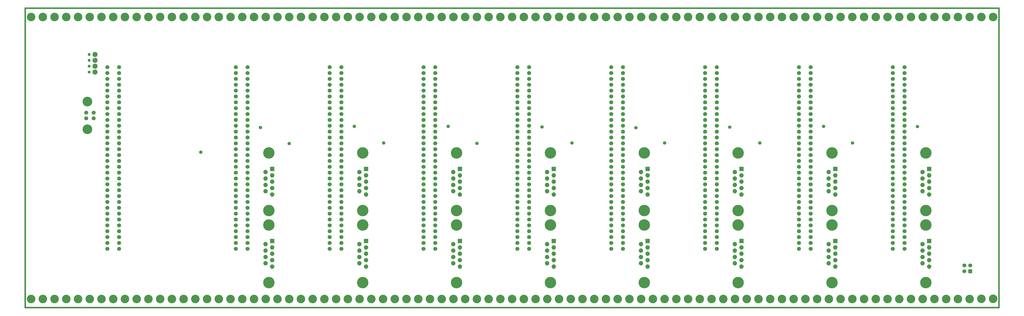
<source format=gts>
G04 Layer_Color=8388736*
%FSLAX42Y42*%
%MOMM*%
G71*
G01*
G75*
%ADD12C,0.70*%
%ADD33C,1.73*%
%ADD34C,4.20*%
%ADD35C,3.70*%
%ADD36C,4.96*%
%ADD37R,1.89X1.89*%
%ADD38C,1.89*%
%ADD39C,1.30*%
%ADD40C,2.20*%
%ADD41R,1.70X1.70*%
%ADD42C,1.70*%
%ADD43C,1.47*%
D12*
X4648Y5283D02*
X46812Y5283D01*
Y18263D01*
X4648Y18263D02*
X46812Y18263D01*
X4648Y18263D02*
X4648Y5283D01*
D33*
X7290Y13489D02*
D03*
Y13739D02*
D03*
X7611D02*
D03*
Y13489D02*
D03*
X42723Y15710D02*
D03*
Y15456D02*
D03*
Y15202D02*
D03*
Y14948D02*
D03*
Y14694D02*
D03*
Y14440D02*
D03*
Y14186D02*
D03*
Y13932D02*
D03*
Y13678D02*
D03*
Y13424D02*
D03*
Y13170D02*
D03*
Y12916D02*
D03*
Y12662D02*
D03*
Y12408D02*
D03*
Y12154D02*
D03*
Y11900D02*
D03*
Y11646D02*
D03*
Y11392D02*
D03*
Y11138D02*
D03*
Y10884D02*
D03*
Y10630D02*
D03*
Y10376D02*
D03*
Y10122D02*
D03*
Y9868D02*
D03*
Y9614D02*
D03*
Y9360D02*
D03*
Y9106D02*
D03*
Y8852D02*
D03*
Y8598D02*
D03*
Y8344D02*
D03*
Y8090D02*
D03*
Y7836D02*
D03*
X42215Y15710D02*
D03*
Y15456D02*
D03*
Y15202D02*
D03*
Y14948D02*
D03*
Y14694D02*
D03*
Y14440D02*
D03*
Y14186D02*
D03*
Y13932D02*
D03*
Y13678D02*
D03*
Y13424D02*
D03*
Y13170D02*
D03*
Y12916D02*
D03*
Y12662D02*
D03*
Y12408D02*
D03*
Y12154D02*
D03*
Y11900D02*
D03*
Y11646D02*
D03*
Y11392D02*
D03*
Y11138D02*
D03*
Y10884D02*
D03*
Y10630D02*
D03*
Y10376D02*
D03*
Y10122D02*
D03*
Y9868D02*
D03*
Y9614D02*
D03*
Y9360D02*
D03*
Y9106D02*
D03*
Y8852D02*
D03*
Y8598D02*
D03*
Y8344D02*
D03*
Y8090D02*
D03*
Y7836D02*
D03*
X38659Y15710D02*
D03*
Y15456D02*
D03*
Y15202D02*
D03*
Y14948D02*
D03*
Y14694D02*
D03*
Y14440D02*
D03*
Y14186D02*
D03*
Y13932D02*
D03*
Y13678D02*
D03*
Y13424D02*
D03*
Y13170D02*
D03*
Y12916D02*
D03*
Y12662D02*
D03*
Y12408D02*
D03*
Y12154D02*
D03*
Y11900D02*
D03*
Y11646D02*
D03*
Y11392D02*
D03*
Y11138D02*
D03*
Y10884D02*
D03*
Y10630D02*
D03*
Y10376D02*
D03*
Y10122D02*
D03*
Y9868D02*
D03*
Y9614D02*
D03*
Y9360D02*
D03*
Y9106D02*
D03*
Y8852D02*
D03*
Y8598D02*
D03*
Y8344D02*
D03*
Y8090D02*
D03*
Y7836D02*
D03*
X38151Y15710D02*
D03*
Y15456D02*
D03*
Y15202D02*
D03*
Y14948D02*
D03*
Y14694D02*
D03*
Y14440D02*
D03*
Y14186D02*
D03*
Y13932D02*
D03*
Y13678D02*
D03*
Y13424D02*
D03*
Y13170D02*
D03*
Y12916D02*
D03*
Y12662D02*
D03*
Y12408D02*
D03*
Y12154D02*
D03*
Y11900D02*
D03*
Y11646D02*
D03*
Y11392D02*
D03*
Y11138D02*
D03*
Y10884D02*
D03*
Y10630D02*
D03*
Y10376D02*
D03*
Y10122D02*
D03*
Y9868D02*
D03*
Y9614D02*
D03*
Y9360D02*
D03*
Y9106D02*
D03*
Y8852D02*
D03*
Y8598D02*
D03*
Y8344D02*
D03*
Y8090D02*
D03*
Y7836D02*
D03*
X34595Y15710D02*
D03*
Y15456D02*
D03*
Y15202D02*
D03*
Y14948D02*
D03*
Y14694D02*
D03*
Y14440D02*
D03*
Y14186D02*
D03*
Y13932D02*
D03*
Y13678D02*
D03*
Y13424D02*
D03*
Y13170D02*
D03*
Y12916D02*
D03*
Y12662D02*
D03*
Y12408D02*
D03*
Y12154D02*
D03*
Y11900D02*
D03*
Y11646D02*
D03*
Y11392D02*
D03*
Y11138D02*
D03*
Y10884D02*
D03*
Y10630D02*
D03*
Y10376D02*
D03*
Y10122D02*
D03*
Y9868D02*
D03*
Y9614D02*
D03*
Y9360D02*
D03*
Y9106D02*
D03*
Y8852D02*
D03*
Y8598D02*
D03*
Y8344D02*
D03*
Y8090D02*
D03*
Y7836D02*
D03*
X34087Y15710D02*
D03*
Y15456D02*
D03*
Y15202D02*
D03*
Y14948D02*
D03*
Y14694D02*
D03*
Y14440D02*
D03*
Y14186D02*
D03*
Y13932D02*
D03*
Y13678D02*
D03*
Y13424D02*
D03*
Y13170D02*
D03*
Y12916D02*
D03*
Y12662D02*
D03*
Y12408D02*
D03*
Y12154D02*
D03*
Y11900D02*
D03*
Y11646D02*
D03*
Y11392D02*
D03*
Y11138D02*
D03*
Y10884D02*
D03*
Y10630D02*
D03*
Y10376D02*
D03*
Y10122D02*
D03*
Y9868D02*
D03*
Y9614D02*
D03*
Y9360D02*
D03*
Y9106D02*
D03*
Y8852D02*
D03*
Y8598D02*
D03*
Y8344D02*
D03*
Y8090D02*
D03*
Y7836D02*
D03*
X30531Y15710D02*
D03*
Y15456D02*
D03*
Y15202D02*
D03*
Y14948D02*
D03*
Y14694D02*
D03*
Y14440D02*
D03*
Y14186D02*
D03*
Y13932D02*
D03*
Y13678D02*
D03*
Y13424D02*
D03*
Y13170D02*
D03*
Y12916D02*
D03*
Y12662D02*
D03*
Y12408D02*
D03*
Y12154D02*
D03*
Y11900D02*
D03*
Y11646D02*
D03*
Y11392D02*
D03*
Y11138D02*
D03*
Y10884D02*
D03*
Y10630D02*
D03*
Y10376D02*
D03*
Y10122D02*
D03*
Y9868D02*
D03*
Y9614D02*
D03*
Y9360D02*
D03*
Y9106D02*
D03*
Y8852D02*
D03*
Y8598D02*
D03*
Y8344D02*
D03*
Y8090D02*
D03*
Y7836D02*
D03*
X30023Y15710D02*
D03*
Y15456D02*
D03*
Y15202D02*
D03*
Y14948D02*
D03*
Y14694D02*
D03*
Y14440D02*
D03*
Y14186D02*
D03*
Y13932D02*
D03*
Y13678D02*
D03*
Y13424D02*
D03*
Y13170D02*
D03*
Y12916D02*
D03*
Y12662D02*
D03*
Y12408D02*
D03*
Y12154D02*
D03*
Y11900D02*
D03*
Y11646D02*
D03*
Y11392D02*
D03*
Y11138D02*
D03*
Y10884D02*
D03*
Y10630D02*
D03*
Y10376D02*
D03*
Y10122D02*
D03*
Y9868D02*
D03*
Y9614D02*
D03*
Y9360D02*
D03*
Y9106D02*
D03*
Y8852D02*
D03*
Y8598D02*
D03*
Y8344D02*
D03*
Y8090D02*
D03*
Y7836D02*
D03*
X26467Y15710D02*
D03*
Y15456D02*
D03*
Y15202D02*
D03*
Y14948D02*
D03*
Y14694D02*
D03*
Y14440D02*
D03*
Y14186D02*
D03*
Y13932D02*
D03*
Y13678D02*
D03*
Y13424D02*
D03*
Y13170D02*
D03*
Y12916D02*
D03*
Y12662D02*
D03*
Y12408D02*
D03*
Y12154D02*
D03*
Y11900D02*
D03*
Y11646D02*
D03*
Y11392D02*
D03*
Y11138D02*
D03*
Y10884D02*
D03*
Y10630D02*
D03*
Y10376D02*
D03*
Y10122D02*
D03*
Y9868D02*
D03*
Y9614D02*
D03*
Y9360D02*
D03*
Y9106D02*
D03*
Y8852D02*
D03*
Y8598D02*
D03*
Y8344D02*
D03*
Y8090D02*
D03*
Y7836D02*
D03*
X25959Y15710D02*
D03*
Y15456D02*
D03*
Y15202D02*
D03*
Y14948D02*
D03*
Y14694D02*
D03*
Y14440D02*
D03*
Y14186D02*
D03*
Y13932D02*
D03*
Y13678D02*
D03*
Y13424D02*
D03*
Y13170D02*
D03*
Y12916D02*
D03*
Y12662D02*
D03*
Y12408D02*
D03*
Y12154D02*
D03*
Y11900D02*
D03*
Y11646D02*
D03*
Y11392D02*
D03*
Y11138D02*
D03*
Y10884D02*
D03*
Y10630D02*
D03*
Y10376D02*
D03*
Y10122D02*
D03*
Y9868D02*
D03*
Y9614D02*
D03*
Y9360D02*
D03*
Y9106D02*
D03*
Y8852D02*
D03*
Y8598D02*
D03*
Y8344D02*
D03*
Y8090D02*
D03*
Y7836D02*
D03*
X22403Y15710D02*
D03*
Y15456D02*
D03*
Y15202D02*
D03*
Y14948D02*
D03*
Y14694D02*
D03*
Y14440D02*
D03*
Y14186D02*
D03*
Y13932D02*
D03*
Y13678D02*
D03*
Y13424D02*
D03*
Y13170D02*
D03*
Y12916D02*
D03*
Y12662D02*
D03*
Y12408D02*
D03*
Y12154D02*
D03*
Y11900D02*
D03*
Y11646D02*
D03*
Y11392D02*
D03*
Y11138D02*
D03*
Y10884D02*
D03*
Y10630D02*
D03*
Y10376D02*
D03*
Y10122D02*
D03*
Y9868D02*
D03*
Y9614D02*
D03*
Y9360D02*
D03*
Y9106D02*
D03*
Y8852D02*
D03*
Y8598D02*
D03*
Y8344D02*
D03*
Y8090D02*
D03*
Y7836D02*
D03*
X21895Y15710D02*
D03*
Y15456D02*
D03*
Y15202D02*
D03*
Y14948D02*
D03*
Y14694D02*
D03*
Y14440D02*
D03*
Y14186D02*
D03*
Y13932D02*
D03*
Y13678D02*
D03*
Y13424D02*
D03*
Y13170D02*
D03*
Y12916D02*
D03*
Y12662D02*
D03*
Y12408D02*
D03*
Y12154D02*
D03*
Y11900D02*
D03*
Y11646D02*
D03*
Y11392D02*
D03*
Y11138D02*
D03*
Y10884D02*
D03*
Y10630D02*
D03*
Y10376D02*
D03*
Y10122D02*
D03*
Y9868D02*
D03*
Y9614D02*
D03*
Y9360D02*
D03*
Y9106D02*
D03*
Y8852D02*
D03*
Y8598D02*
D03*
Y8344D02*
D03*
Y8090D02*
D03*
Y7836D02*
D03*
X18339Y15710D02*
D03*
Y15456D02*
D03*
Y15202D02*
D03*
Y14948D02*
D03*
Y14694D02*
D03*
Y14440D02*
D03*
Y14186D02*
D03*
Y13932D02*
D03*
Y13678D02*
D03*
Y13424D02*
D03*
Y13170D02*
D03*
Y12916D02*
D03*
Y12662D02*
D03*
Y12408D02*
D03*
Y12154D02*
D03*
Y11900D02*
D03*
Y11646D02*
D03*
Y11392D02*
D03*
Y11138D02*
D03*
Y10884D02*
D03*
Y10630D02*
D03*
Y10376D02*
D03*
Y10122D02*
D03*
Y9868D02*
D03*
Y9614D02*
D03*
Y9360D02*
D03*
Y9106D02*
D03*
Y8852D02*
D03*
Y8598D02*
D03*
Y8344D02*
D03*
Y8090D02*
D03*
Y7836D02*
D03*
X17831Y15710D02*
D03*
Y15456D02*
D03*
Y15202D02*
D03*
Y14948D02*
D03*
Y14694D02*
D03*
Y14440D02*
D03*
Y14186D02*
D03*
Y13932D02*
D03*
Y13678D02*
D03*
Y13424D02*
D03*
Y13170D02*
D03*
Y12916D02*
D03*
Y12662D02*
D03*
Y12408D02*
D03*
Y12154D02*
D03*
Y11900D02*
D03*
Y11646D02*
D03*
Y11392D02*
D03*
Y11138D02*
D03*
Y10884D02*
D03*
Y10630D02*
D03*
Y10376D02*
D03*
Y10122D02*
D03*
Y9868D02*
D03*
Y9614D02*
D03*
Y9360D02*
D03*
Y9106D02*
D03*
Y8852D02*
D03*
Y8598D02*
D03*
Y8344D02*
D03*
Y8090D02*
D03*
Y7836D02*
D03*
X8712Y15710D02*
D03*
Y15456D02*
D03*
Y15202D02*
D03*
Y14948D02*
D03*
Y14694D02*
D03*
Y14440D02*
D03*
Y14186D02*
D03*
Y13932D02*
D03*
Y13678D02*
D03*
Y13424D02*
D03*
Y13170D02*
D03*
Y12916D02*
D03*
Y12662D02*
D03*
Y12408D02*
D03*
Y12154D02*
D03*
Y11900D02*
D03*
Y11646D02*
D03*
Y11392D02*
D03*
Y11138D02*
D03*
Y10884D02*
D03*
Y10630D02*
D03*
Y10376D02*
D03*
Y10122D02*
D03*
Y9868D02*
D03*
Y9614D02*
D03*
Y9360D02*
D03*
Y9106D02*
D03*
Y8852D02*
D03*
Y8598D02*
D03*
Y8344D02*
D03*
Y8090D02*
D03*
Y7836D02*
D03*
X8204Y15710D02*
D03*
Y15456D02*
D03*
Y15202D02*
D03*
Y14948D02*
D03*
Y14694D02*
D03*
Y14440D02*
D03*
Y14186D02*
D03*
Y13932D02*
D03*
Y13678D02*
D03*
Y13424D02*
D03*
Y13170D02*
D03*
Y12916D02*
D03*
Y12662D02*
D03*
Y12408D02*
D03*
Y12154D02*
D03*
Y11900D02*
D03*
Y11646D02*
D03*
Y11392D02*
D03*
Y11138D02*
D03*
Y10884D02*
D03*
Y10630D02*
D03*
Y10376D02*
D03*
Y10122D02*
D03*
Y9868D02*
D03*
Y9614D02*
D03*
Y9360D02*
D03*
Y9106D02*
D03*
Y8852D02*
D03*
Y8598D02*
D03*
Y8344D02*
D03*
Y8090D02*
D03*
Y7836D02*
D03*
X14275Y15710D02*
D03*
Y15456D02*
D03*
Y15202D02*
D03*
Y14948D02*
D03*
Y14694D02*
D03*
Y14440D02*
D03*
Y14186D02*
D03*
Y13932D02*
D03*
Y13678D02*
D03*
Y13424D02*
D03*
Y13170D02*
D03*
Y12916D02*
D03*
Y12662D02*
D03*
Y12408D02*
D03*
Y12154D02*
D03*
Y11900D02*
D03*
Y11646D02*
D03*
Y11392D02*
D03*
Y11138D02*
D03*
Y10884D02*
D03*
Y10630D02*
D03*
Y10376D02*
D03*
Y10122D02*
D03*
Y9868D02*
D03*
Y9614D02*
D03*
Y9360D02*
D03*
Y9106D02*
D03*
Y8852D02*
D03*
Y8598D02*
D03*
Y8344D02*
D03*
Y8090D02*
D03*
Y7836D02*
D03*
X13767Y15710D02*
D03*
Y15456D02*
D03*
Y15202D02*
D03*
Y14948D02*
D03*
Y14694D02*
D03*
Y14440D02*
D03*
Y14186D02*
D03*
Y13932D02*
D03*
Y13678D02*
D03*
Y13424D02*
D03*
Y13170D02*
D03*
Y12916D02*
D03*
Y12662D02*
D03*
Y12408D02*
D03*
Y12154D02*
D03*
Y11900D02*
D03*
Y11646D02*
D03*
Y11392D02*
D03*
Y11138D02*
D03*
Y10884D02*
D03*
Y10630D02*
D03*
Y10376D02*
D03*
Y10122D02*
D03*
Y9868D02*
D03*
Y9614D02*
D03*
Y9360D02*
D03*
Y9106D02*
D03*
Y8852D02*
D03*
Y8598D02*
D03*
Y8344D02*
D03*
Y8090D02*
D03*
Y7836D02*
D03*
D34*
X7340Y14216D02*
D03*
Y13012D02*
D03*
D35*
X13538Y5662D02*
D03*
X14046D02*
D03*
X13030D02*
D03*
X11506D02*
D03*
X12522D02*
D03*
X12014D02*
D03*
X9982D02*
D03*
X10998D02*
D03*
X10490D02*
D03*
X5918D02*
D03*
X6426D02*
D03*
X5410D02*
D03*
X7442D02*
D03*
X7950D02*
D03*
X6934D02*
D03*
X8458D02*
D03*
X9474D02*
D03*
X8966D02*
D03*
X4902D02*
D03*
X14046Y17884D02*
D03*
X13538D02*
D03*
X12522D02*
D03*
X13030D02*
D03*
X10998D02*
D03*
X10490D02*
D03*
X11506D02*
D03*
X12014D02*
D03*
X7950D02*
D03*
X7442D02*
D03*
X6426D02*
D03*
X6934D02*
D03*
X8966D02*
D03*
X8458D02*
D03*
X9474D02*
D03*
X9982D02*
D03*
X4902D02*
D03*
X5410D02*
D03*
X5918D02*
D03*
X14554Y5662D02*
D03*
Y17884D02*
D03*
X15570D02*
D03*
X15062D02*
D03*
X16586D02*
D03*
X16078D02*
D03*
X15062Y5662D02*
D03*
X15570D02*
D03*
X16078D02*
D03*
X16586D02*
D03*
X17094Y17884D02*
D03*
X17602D02*
D03*
X18110D02*
D03*
X18618D02*
D03*
X19126D02*
D03*
X19634D02*
D03*
X20142D02*
D03*
X20650D02*
D03*
X21158D02*
D03*
X21666D02*
D03*
X22174D02*
D03*
X22682D02*
D03*
X23190D02*
D03*
X23698D02*
D03*
X24206D02*
D03*
X24714D02*
D03*
X25222D02*
D03*
X25730D02*
D03*
X26238D02*
D03*
X26746D02*
D03*
X27254D02*
D03*
X27762D02*
D03*
X28270D02*
D03*
X28778D02*
D03*
X29286D02*
D03*
X29794D02*
D03*
X30302D02*
D03*
X30810D02*
D03*
X31318D02*
D03*
X31826D02*
D03*
X32334D02*
D03*
X32842D02*
D03*
X33350D02*
D03*
X33858D02*
D03*
X34366D02*
D03*
X34874D02*
D03*
X35382D02*
D03*
X35890D02*
D03*
X36398D02*
D03*
X36906D02*
D03*
X37414D02*
D03*
X37922D02*
D03*
X38430D02*
D03*
X38938D02*
D03*
X39446D02*
D03*
X39954D02*
D03*
X40462D02*
D03*
X40970D02*
D03*
X41478D02*
D03*
X41986D02*
D03*
X42494D02*
D03*
X43002D02*
D03*
X43510D02*
D03*
X44018D02*
D03*
X44526D02*
D03*
X45034D02*
D03*
X45542D02*
D03*
X17094Y5662D02*
D03*
X17602D02*
D03*
X18110D02*
D03*
X18618D02*
D03*
X19126D02*
D03*
X19634D02*
D03*
X20142D02*
D03*
X20650D02*
D03*
X21158D02*
D03*
X21666D02*
D03*
X22174D02*
D03*
X22682D02*
D03*
X23190D02*
D03*
X23698D02*
D03*
X24206D02*
D03*
X24714D02*
D03*
X25222D02*
D03*
X25730D02*
D03*
X26238D02*
D03*
X26746D02*
D03*
X27254D02*
D03*
X27762D02*
D03*
X28270D02*
D03*
X28778D02*
D03*
X29286D02*
D03*
X29794D02*
D03*
X30302D02*
D03*
X30810D02*
D03*
X31318D02*
D03*
X31826D02*
D03*
X32334D02*
D03*
X32842D02*
D03*
X33350D02*
D03*
X33858D02*
D03*
X34366D02*
D03*
X34874D02*
D03*
X35382D02*
D03*
X35890D02*
D03*
X36398D02*
D03*
X36906D02*
D03*
X37414D02*
D03*
X37922D02*
D03*
X38430D02*
D03*
X38938D02*
D03*
X39446D02*
D03*
X39954D02*
D03*
X40462D02*
D03*
X40970D02*
D03*
X41478D02*
D03*
X41986D02*
D03*
X42494D02*
D03*
X43002D02*
D03*
X43510D02*
D03*
X44018D02*
D03*
X44526D02*
D03*
X45034D02*
D03*
X45542D02*
D03*
X46050Y17884D02*
D03*
X46558D02*
D03*
Y5664D02*
D03*
X46050D02*
D03*
D36*
X15199Y6371D02*
D03*
Y8869D02*
D03*
Y9495D02*
D03*
Y11994D02*
D03*
X19263Y6371D02*
D03*
Y8869D02*
D03*
X23327Y6371D02*
D03*
Y8869D02*
D03*
X27391Y6371D02*
D03*
Y8869D02*
D03*
X31455Y6371D02*
D03*
Y8869D02*
D03*
X35519Y6371D02*
D03*
Y8869D02*
D03*
X39583Y6371D02*
D03*
Y8869D02*
D03*
X43647Y6371D02*
D03*
Y8869D02*
D03*
Y9495D02*
D03*
Y11994D02*
D03*
X39583Y9495D02*
D03*
Y11994D02*
D03*
X35519Y9495D02*
D03*
Y11994D02*
D03*
X31455Y9495D02*
D03*
Y11994D02*
D03*
X27391Y9495D02*
D03*
Y11994D02*
D03*
X23327Y9495D02*
D03*
Y11994D02*
D03*
X19263Y9495D02*
D03*
Y11994D02*
D03*
D37*
X15341Y8174D02*
D03*
Y11298D02*
D03*
X19405Y8174D02*
D03*
X23469D02*
D03*
X27533D02*
D03*
X31597D02*
D03*
X35661D02*
D03*
X39725D02*
D03*
X43789D02*
D03*
Y11298D02*
D03*
X39725D02*
D03*
X35661D02*
D03*
X31597D02*
D03*
X27533D02*
D03*
X23469D02*
D03*
X19405D02*
D03*
D38*
X15057Y8036D02*
D03*
X15341Y7897D02*
D03*
X15057Y7758D02*
D03*
X15341Y7620D02*
D03*
X15057Y7482D02*
D03*
X15341Y7343D02*
D03*
X15057Y7204D02*
D03*
X15341Y7066D02*
D03*
X15057Y11160D02*
D03*
X15341Y11021D02*
D03*
X15057Y10883D02*
D03*
X15341Y10744D02*
D03*
X15057Y10606D02*
D03*
X15341Y10467D02*
D03*
X15057Y10329D02*
D03*
X15341Y10190D02*
D03*
X19121Y8036D02*
D03*
X19405Y7897D02*
D03*
X19121Y7758D02*
D03*
X19405Y7620D02*
D03*
X19121Y7482D02*
D03*
X19405Y7343D02*
D03*
X19121Y7204D02*
D03*
X19405Y7066D02*
D03*
X23185Y8036D02*
D03*
X23469Y7897D02*
D03*
X23185Y7758D02*
D03*
X23469Y7620D02*
D03*
X23185Y7482D02*
D03*
X23469Y7343D02*
D03*
X23185Y7204D02*
D03*
X23469Y7066D02*
D03*
X27249Y8036D02*
D03*
X27533Y7897D02*
D03*
X27249Y7758D02*
D03*
X27533Y7620D02*
D03*
X27249Y7482D02*
D03*
X27533Y7343D02*
D03*
X27249Y7204D02*
D03*
X27533Y7066D02*
D03*
X31313Y8036D02*
D03*
X31597Y7897D02*
D03*
X31313Y7758D02*
D03*
X31597Y7620D02*
D03*
X31313Y7482D02*
D03*
X31597Y7343D02*
D03*
X31313Y7204D02*
D03*
X31597Y7066D02*
D03*
X35377Y8036D02*
D03*
X35661Y7897D02*
D03*
X35377Y7758D02*
D03*
X35661Y7620D02*
D03*
X35377Y7482D02*
D03*
X35661Y7343D02*
D03*
X35377Y7204D02*
D03*
X35661Y7066D02*
D03*
X39441Y8036D02*
D03*
X39725Y7897D02*
D03*
X39441Y7758D02*
D03*
X39725Y7620D02*
D03*
X39441Y7482D02*
D03*
X39725Y7343D02*
D03*
X39441Y7204D02*
D03*
X39725Y7066D02*
D03*
X43505Y8036D02*
D03*
X43789Y7897D02*
D03*
X43505Y7758D02*
D03*
X43789Y7620D02*
D03*
X43505Y7482D02*
D03*
X43789Y7343D02*
D03*
X43505Y7204D02*
D03*
X43789Y7066D02*
D03*
X43505Y11160D02*
D03*
X43789Y11021D02*
D03*
X43505Y10883D02*
D03*
X43789Y10744D02*
D03*
X43505Y10606D02*
D03*
X43789Y10467D02*
D03*
X43505Y10329D02*
D03*
X43789Y10190D02*
D03*
X39441Y11160D02*
D03*
X39725Y11021D02*
D03*
X39441Y10883D02*
D03*
X39725Y10744D02*
D03*
X39441Y10606D02*
D03*
X39725Y10467D02*
D03*
X39441Y10329D02*
D03*
X39725Y10190D02*
D03*
X35377Y11160D02*
D03*
X35661Y11021D02*
D03*
X35377Y10883D02*
D03*
X35661Y10744D02*
D03*
X35377Y10606D02*
D03*
X35661Y10467D02*
D03*
X35377Y10329D02*
D03*
X35661Y10190D02*
D03*
X31313Y11160D02*
D03*
X31597Y11021D02*
D03*
X31313Y10883D02*
D03*
X31597Y10744D02*
D03*
X31313Y10606D02*
D03*
X31597Y10467D02*
D03*
X31313Y10329D02*
D03*
X31597Y10190D02*
D03*
X27249Y11160D02*
D03*
X27533Y11021D02*
D03*
X27249Y10883D02*
D03*
X27533Y10744D02*
D03*
X27249Y10606D02*
D03*
X27533Y10467D02*
D03*
X27249Y10329D02*
D03*
X27533Y10190D02*
D03*
X23185Y11160D02*
D03*
X23469Y11021D02*
D03*
X23185Y10883D02*
D03*
X23469Y10744D02*
D03*
X23185Y10606D02*
D03*
X23469Y10467D02*
D03*
X23185Y10329D02*
D03*
X23469Y10190D02*
D03*
X19121Y11160D02*
D03*
X19405Y11021D02*
D03*
X19121Y10883D02*
D03*
X19405Y10744D02*
D03*
X19121Y10606D02*
D03*
X19405Y10467D02*
D03*
X19121Y10329D02*
D03*
X19405Y10190D02*
D03*
D39*
X7417Y15495D02*
D03*
Y16257D02*
D03*
Y16003D02*
D03*
Y15749D02*
D03*
D40*
X7671Y15495D02*
D03*
Y16257D02*
D03*
Y16003D02*
D03*
Y15749D02*
D03*
D41*
X45568Y6858D02*
D03*
D42*
X45314D02*
D03*
X45568Y7112D02*
D03*
X45314D02*
D03*
D43*
X43282Y13132D02*
D03*
X39218Y13144D02*
D03*
X35154Y13106D02*
D03*
X36461Y12421D02*
D03*
X40474D02*
D03*
X32334D02*
D03*
X31090Y13081D02*
D03*
X28321Y12421D02*
D03*
X27026Y13118D02*
D03*
X22962Y13144D02*
D03*
X24206Y12409D02*
D03*
X20168Y12421D02*
D03*
X18898Y13144D02*
D03*
X16078Y12395D02*
D03*
X14834Y13093D02*
D03*
X12256Y12027D02*
D03*
M02*

</source>
